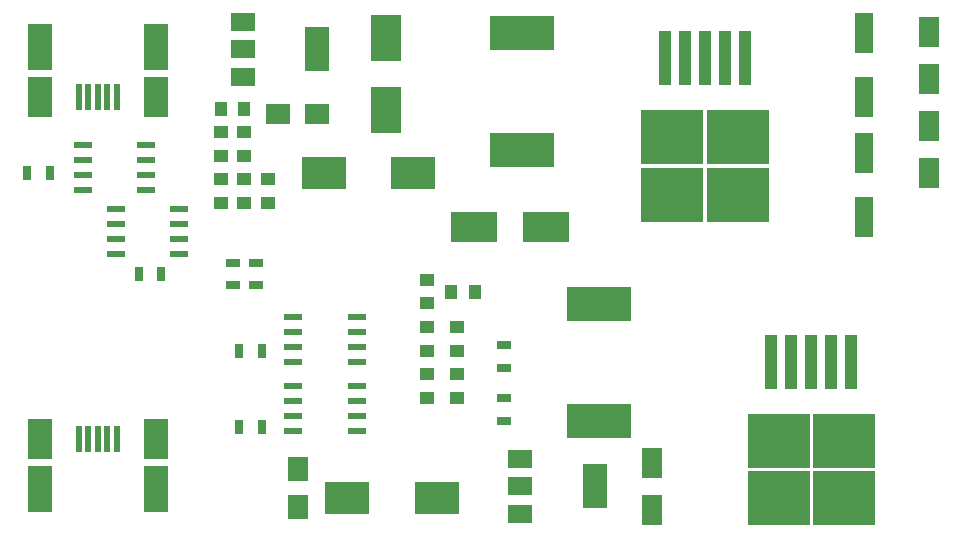
<source format=gbr>
%TF.GenerationSoftware,KiCad,Pcbnew,4.0.7-e2-6376~58~ubuntu16.04.1*%
%TF.CreationDate,2017-12-06T17:26:10+02:00*%
%TF.ProjectId,instrument_cluster,696E737472756D656E745F636C757374,rev?*%
%TF.FileFunction,Paste,Top*%
%FSLAX46Y46*%
G04 Gerber Fmt 4.6, Leading zero omitted, Abs format (unit mm)*
G04 Created by KiCad (PCBNEW 4.0.7-e2-6376~58~ubuntu16.04.1) date Wed Dec  6 17:26:10 2017*
%MOMM*%
%LPD*%
G01*
G04 APERTURE LIST*
%ADD10C,0.100000*%
%ADD11R,1.600000X3.500000*%
%ADD12R,2.500000X4.000000*%
%ADD13R,4.000000X2.500000*%
%ADD14R,3.750000X2.700000*%
%ADD15R,1.800000X2.150000*%
%ADD16R,2.150000X1.800000*%
%ADD17R,1.250000X1.000000*%
%ADD18R,1.000000X1.250000*%
%ADD19R,1.800000X2.500000*%
%ADD20R,5.400000X2.900000*%
%ADD21R,1.300000X0.700000*%
%ADD22R,0.700000X1.300000*%
%ADD23R,2.000000X3.800000*%
%ADD24R,2.000000X1.500000*%
%ADD25R,1.550000X0.600000*%
%ADD26R,1.100000X4.600000*%
%ADD27R,5.250000X4.550000*%
%ADD28R,0.500000X2.250000*%
%ADD29R,2.050000X3.500000*%
%ADD30R,2.050000X4.000000*%
G04 APERTURE END LIST*
D10*
D11*
X191000000Y-88100000D03*
X191000000Y-93500000D03*
X191000000Y-103700000D03*
X191000000Y-98300000D03*
D12*
X150500000Y-94600000D03*
X150500000Y-88500000D03*
D13*
X164050000Y-104500000D03*
X157950000Y-104500000D03*
D14*
X154775000Y-127500000D03*
X147225000Y-127500000D03*
X152775000Y-100000000D03*
X145225000Y-100000000D03*
D15*
X143000000Y-125000000D03*
X143000000Y-128250000D03*
D16*
X141375000Y-95000000D03*
X144625000Y-95000000D03*
D17*
X138500000Y-96500000D03*
X138500000Y-98500000D03*
X156500000Y-119000000D03*
X156500000Y-117000000D03*
X136500000Y-96500000D03*
X136500000Y-98500000D03*
X154000000Y-119000000D03*
X154000000Y-117000000D03*
X136500000Y-102500000D03*
X136500000Y-100500000D03*
X156500000Y-113000000D03*
X156500000Y-115000000D03*
X138500000Y-102500000D03*
X138500000Y-100500000D03*
D18*
X156000000Y-110000000D03*
X158000000Y-110000000D03*
D17*
X140500000Y-102500000D03*
X140500000Y-100500000D03*
X154000000Y-113000000D03*
X154000000Y-115000000D03*
D18*
X136500000Y-94550000D03*
X138500000Y-94550000D03*
D17*
X154000000Y-111000000D03*
X154000000Y-109000000D03*
D19*
X196500000Y-88000000D03*
X196500000Y-92000000D03*
X196500000Y-100000000D03*
X196500000Y-96000000D03*
X173000000Y-128500000D03*
X173000000Y-124500000D03*
D20*
X162000000Y-88100000D03*
X162000000Y-98000000D03*
X168500000Y-111050000D03*
X168500000Y-120950000D03*
D21*
X139500000Y-109450000D03*
X139500000Y-107550000D03*
X137500000Y-109450000D03*
X137500000Y-107550000D03*
X160500000Y-114550000D03*
X160500000Y-116450000D03*
X160500000Y-120950000D03*
X160500000Y-119050000D03*
D22*
X138050000Y-121500000D03*
X139950000Y-121500000D03*
X138050000Y-115000000D03*
X139950000Y-115000000D03*
D23*
X168150000Y-126500000D03*
D24*
X161850000Y-126500000D03*
X161850000Y-128800000D03*
X161850000Y-124200000D03*
D23*
X144650000Y-89500000D03*
D24*
X138350000Y-89500000D03*
X138350000Y-91800000D03*
X138350000Y-87200000D03*
D25*
X130200000Y-101405000D03*
X130200000Y-100135000D03*
X130200000Y-98865000D03*
X130200000Y-97595000D03*
X124800000Y-97595000D03*
X124800000Y-98865000D03*
X124800000Y-100135000D03*
X124800000Y-101405000D03*
X133000000Y-106810000D03*
X133000000Y-105540000D03*
X133000000Y-104270000D03*
X133000000Y-103000000D03*
X127600000Y-103000000D03*
X127600000Y-104270000D03*
X127600000Y-105540000D03*
X127600000Y-106810000D03*
X148000000Y-121810000D03*
X148000000Y-120540000D03*
X148000000Y-119270000D03*
X148000000Y-118000000D03*
X142600000Y-118000000D03*
X142600000Y-119270000D03*
X142600000Y-120540000D03*
X142600000Y-121810000D03*
X148000000Y-116000000D03*
X148000000Y-114730000D03*
X148000000Y-113460000D03*
X148000000Y-112190000D03*
X142600000Y-112190000D03*
X142600000Y-113460000D03*
X142600000Y-114730000D03*
X142600000Y-116000000D03*
D26*
X180900000Y-90225000D03*
X179200000Y-90225000D03*
X177500000Y-90225000D03*
X175800000Y-90225000D03*
X174100000Y-90225000D03*
D27*
X174725000Y-101800000D03*
X180275000Y-96950000D03*
X180275000Y-101800000D03*
X174725000Y-96950000D03*
D26*
X189900000Y-115925000D03*
X188200000Y-115925000D03*
X186500000Y-115925000D03*
X184800000Y-115925000D03*
X183100000Y-115925000D03*
D27*
X183725000Y-127500000D03*
X189275000Y-122650000D03*
X189275000Y-127500000D03*
X183725000Y-122650000D03*
D22*
X122000000Y-100000000D03*
X120100000Y-100000000D03*
X129550000Y-108500000D03*
X131450000Y-108500000D03*
D28*
X127700000Y-93500000D03*
X126900000Y-93500000D03*
X126100000Y-93500000D03*
X125300000Y-93500000D03*
X124500000Y-93500000D03*
D29*
X121175000Y-93500000D03*
D30*
X121175000Y-89250000D03*
X131025000Y-89250000D03*
D29*
X131025000Y-93500000D03*
D28*
X124500000Y-122500000D03*
X125300000Y-122500000D03*
X126100000Y-122500000D03*
X126900000Y-122500000D03*
X127700000Y-122500000D03*
D29*
X131025000Y-122500000D03*
D30*
X131025000Y-126750000D03*
X121175000Y-126750000D03*
D29*
X121175000Y-122500000D03*
M02*

</source>
